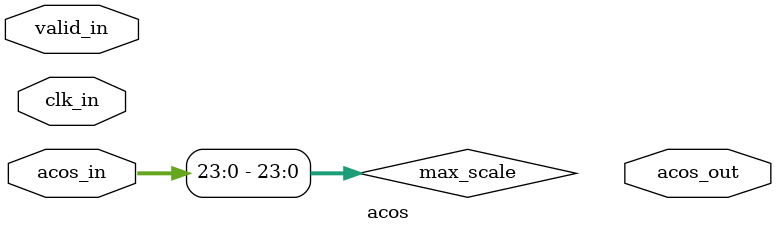
<source format=sv>


// Approx 32 cycle delay probably
// END: DUMB COMMENTS

module acos (
	input wire clk_in,
	input wire [31:0] acos_in,
	input wire valid_in,
	output logic [31:0] acos_out
);

logic [31:0] acos_vals [0:256]; //initialized below

//find the bounds of acos(in)
logic [23:0] acos_min, acos_max;
always_ff @(posedge clk_in) begin
	acos_min <= acos_vals[acos_in[31:24]];
	acos_max <= acos_vals[acos_in[31:24]+1];
end

//linear interpolate a better value for acos
//takes acos_in[23:0] and 0xFFF-acos_in[23:0] to scale
//then add it up

logic [23:0] min_scale;
logic [23:0] max_scale;

assign min_scale = ~acos_in[23:0];
assign max_scale = acos_in[23:0];

Multiply_re #(
	.WIDTH(24)
) mult_min (
	.a_re(),
	.b_re(),
	.m_re()
);



endmodule
</source>
